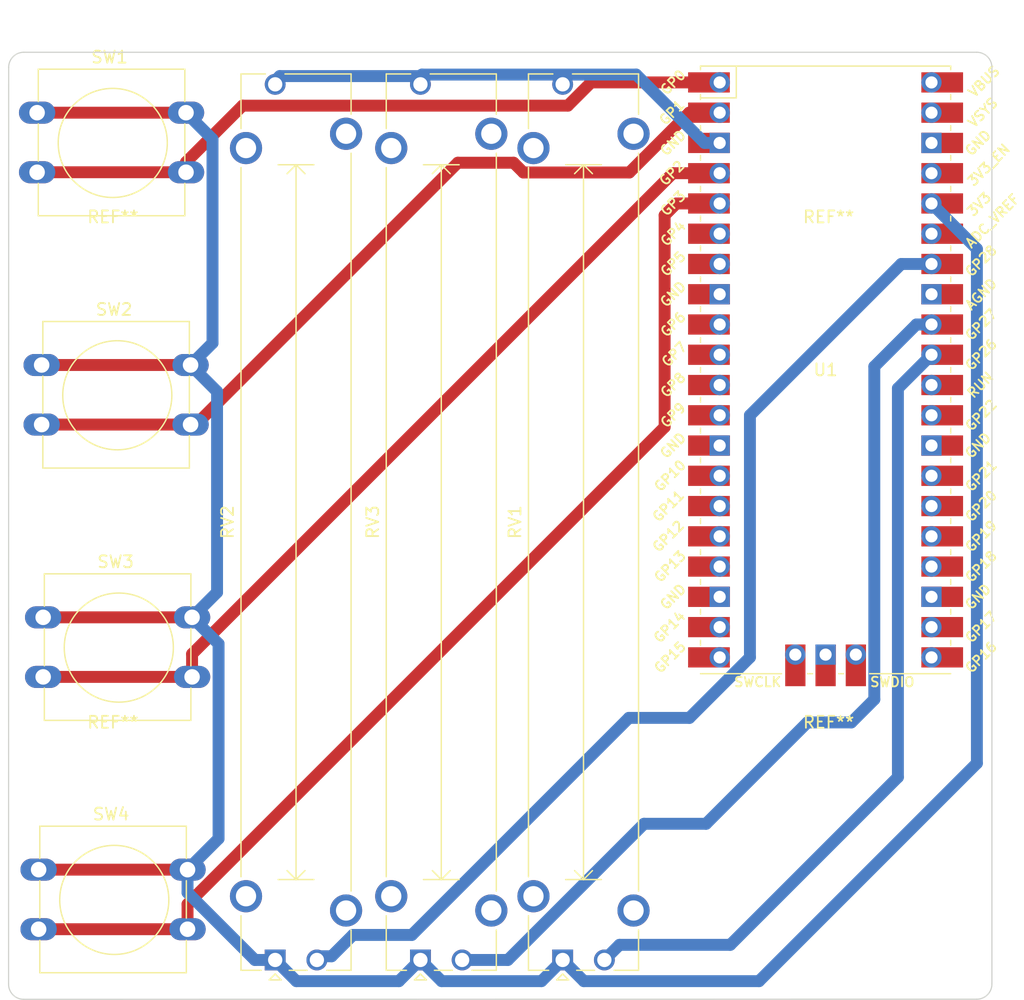
<source format=kicad_pcb>
(kicad_pcb (version 20211014) (generator pcbnew)
  (layers (0 "F.Cu" signal) (31 "B.Cu" signal) (34 "B.Paste" user) (35 "F.Paste" user) (36 "B.SilkS" user "B.Silkscreen") (37 "F.SilkS" user "F.Silkscreen") (38 "B.Mask" user) (39 "F.Mask" user) (44 "Edge.Cuts" user))
  (net 0 "")
  (net 1 "Net-(RV1-Pad1)")
  (net 2 "Net-(RV1-Pad3)")
  (net 3 "Net-(SW1-Pad2)")
  (net 4 "Net-(SW2-Pad2)")
  (net 5 "Net-(SW3-Pad2)")
  (net 6 "Net-(SW4-Pad2)")
  (net 40 "Net-(RV1-Pad2)")
  (net 41 "Net-(U1-Pad34)")
  (net 42 "Net-(U1-Pad32)")
  (footprint "Button_Switch_THT:SW_PUSH-12mm" (layer "F.Cu") (at 89.137 63.09)
    (fp_text reference "SW2" (at 6.08 -4.66) (layer "F.SilkS"))
    (fp_text value "SW_Push")
    (fp_line (start 12.4 0.93) (end 12.4 4.07) (layer "F.SilkS") (width 0.12))
    (fp_line (start 0.1 -3.65) (end 12.4 -3.65) (layer "F.SilkS") (width 0.12))
    (fp_line (start 12.4 8.65) (end 0.1 8.65) (layer "F.SilkS") (width 0.12))
    (fp_line (start 12.4 -3.65) (end 12.4 -0.93) (layer "F.SilkS") (width 0.12))
    (fp_line (start 12.4 5.93) (end 12.4 8.65) (layer "F.SilkS") (width 0.12))
    (fp_line (start 0.1 8.65) (end 0.1 5.93) (layer "F.SilkS") (width 0.12))
    (fp_line (start 0.1 -0.93) (end 0.1 -3.65) (layer "F.SilkS") (width 0.12))
    (fp_line (start 0.1 4.07) (end 0.1 0.93) (layer "F.SilkS") (width 0.12))
    (fp_circle (center 6.35 2.54) (end 10.16 5.08) (layer "F.SilkS") (width 0.12) (fill none))
    (pad "1" thru_hole oval locked (at 12.5 0) (size 3.048 1.85) (drill 1.3) (layers *.Cu *.Mask) (net 1 "Net-(RV1-Pad1)"))
    (pad "1" thru_hole oval locked (at 0 0) (size 3.048 1.85) (drill 1.3) (layers *.Cu *.Mask) (net 1 "Net-(RV1-Pad1)"))
    (pad "2" thru_hole oval locked (at 0 5) (size 3.048 1.85) (drill 1.3) (layers *.Cu *.Mask) (net 4 "Net-(SW2-Pad2)"))
    (pad "2" thru_hole oval locked (at 12.5 5) (size 3.048 1.85) (drill 1.3) (layers *.Cu *.Mask) (net 4 "Net-(SW2-Pad2)"))
  )
  (footprint "Button_Switch_THT:SW_PUSH-12mm" (layer "F.Cu") (at 88.883 105.45)
    (fp_text reference "SW4" (at 6.08 -4.66) (layer "F.SilkS"))
    (fp_text value "SW_Push")
    (fp_line (start 12.4 -3.65) (end 12.4 -0.93) (layer "F.SilkS") (width 0.12))
    (fp_line (start 0.1 8.65) (end 0.1 5.93) (layer "F.SilkS") (width 0.12))
    (fp_line (start 12.4 8.65) (end 0.1 8.65) (layer "F.SilkS") (width 0.12))
    (fp_line (start 0.1 -3.65) (end 12.4 -3.65) (layer "F.SilkS") (width 0.12))
    (fp_line (start 12.4 5.93) (end 12.4 8.65) (layer "F.SilkS") (width 0.12))
    (fp_line (start 0.1 -0.93) (end 0.1 -3.65) (layer "F.SilkS") (width 0.12))
    (fp_line (start 0.1 4.07) (end 0.1 0.93) (layer "F.SilkS") (width 0.12))
    (fp_line (start 12.4 0.93) (end 12.4 4.07) (layer "F.SilkS") (width 0.12))
    (fp_circle (center 6.35 2.54) (end 10.16 5.08) (layer "F.SilkS") (width 0.12) (fill none))
    (pad "1" thru_hole oval locked (at 12.5 0) (size 3.048 1.85) (drill 1.3) (layers *.Cu *.Mask) (net 1 "Net-(RV1-Pad1)"))
    (pad "1" thru_hole oval locked (at 0 0) (size 3.048 1.85) (drill 1.3) (layers *.Cu *.Mask) (net 1 "Net-(RV1-Pad1)"))
    (pad "2" thru_hole oval locked (at 12.5 5) (size 3.048 1.85) (drill 1.3) (layers *.Cu *.Mask) (net 6 "Net-(SW4-Pad2)"))
    (pad "2" thru_hole oval locked (at 0 5) (size 3.048 1.85) (drill 1.3) (layers *.Cu *.Mask) (net 6 "Net-(SW4-Pad2)"))
  )
  (footprint "Potentiometer_THT:Potentiometer_Bourns_PTA6043_Single_Slide" (layer "F.Cu") (at 132.87 113.03 90)
    (fp_text reference "RV1" (at 36.75 -4 90) (layer "F.SilkS"))
    (fp_text value "R_Potentiometer")
    (fp_line (start 69.786 -2.87) (end 74.37 -2.87) (layer "F.SilkS") (width 0.12))
    (fp_line (start 70.986 6.37) (end 74.37 6.37) (layer "F.SilkS") (width 0.12))
    (fp_line (start 74.37 -2.87) (end 74.37 -0.823) (layer "F.SilkS") (width 0.12))
    (fp_line (start -1.675 0.5) (end -1.175 0) (layer "F.SilkS") (width 0.12))
    (fp_line (start 66 1) (end 66.75 1.75) (layer "F.SilkS") (width 0.12))
    (fp_line (start -1.675 -0.5) (end -1.675 0.5) (layer "F.SilkS") (width 0.12))
    (fp_line (start 6.75 1.75) (end 7.5 2.5) (layer "F.SilkS") (width 0.12))
    (fp_line (start 66.75 1.75) (end 66 2.5) (layer "F.SilkS") (width 0.12))
    (fp_line (start 7.5 1) (end 6.75 1.75) (layer "F.SilkS") (width 0.12))
    (fp_line (start 6.75 1.75) (end 66.75 1.75) (layer "F.SilkS") (width 0.12))
    (fp_line (start -0.87 4.323) (end -0.87 6.37) (layer "F.SilkS") (width 0.12))
    (fp_line (start 66.75 0.25) (end 66.75 3.25) (layer "F.SilkS") (width 0.12))
    (fp_line (start -0.87 6.37) (end 2.515 6.37) (layer "F.SilkS") (width 0.12))
    (fp_line (start 5.786 6.37) (end 67.715 6.37) (layer "F.SilkS") (width 0.12))
    (fp_line (start -0.87 -2.87) (end 3.715 -2.87) (layer "F.SilkS") (width 0.12))
    (fp_line (start -0.87 -2.87) (end -0.87 -1.175) (layer "F.SilkS") (width 0.12))
    (fp_line (start 6.75 0.25) (end 6.75 3.25) (layer "F.SilkS") (width 0.12))
    (fp_line (start 6.986 -2.87) (end 66.515 -2.87) (layer "F.SilkS") (width 0.12))
    (fp_line (start -1.175 0) (end -1.675 -0.5) (layer "F.SilkS") (width 0.12))
    (fp_line (start -0.87 1.175) (end -0.87 2.678) (layer "F.SilkS") (width 0.12))
    (fp_line (start 74.37 0.823) (end 74.37 6.37) (layer "F.SilkS") (width 0.12))
    (pad "1" thru_hole rect locked (at 0 0 90) (size 1.75 1.75) (drill 1.2) (layers *.Cu *.Mask) (net 1 "Net-(RV1-Pad1)"))
    (pad "2" thru_hole circle locked (at 0 3.5 90) (size 1.75 1.75) (drill 1.2) (layers *.Cu *.Mask) (net 40 "Net-(RV1-Pad2)"))
    (pad "3" thru_hole circle locked (at 73.5 0 90) (size 1.75 1.75) (drill 1.2) (layers *.Cu *.Mask) (net 2 "Net-(RV1-Pad3)"))
    (pad "MP" thru_hole circle locked (at 69.35 5.95 90) (size 2.7 2.7) (drill 1.7) (layers *.Cu *.Mask))
    (pad "MP" thru_hole circle locked (at 68.15 -2.45 90) (size 2.7 2.7) (drill 1.7) (layers *.Cu *.Mask))
    (pad "MP" thru_hole circle locked (at 5.35 -2.45 90) (size 2.7 2.7) (drill 1.7) (layers *.Cu *.Mask))
    (pad "MP" thru_hole circle locked (at 4.15 5.95 90) (size 2.7 2.7) (drill 1.7) (layers *.Cu *.Mask))
  )
  (footprint "Button_Switch_THT:SW_PUSH-12mm" (layer "F.Cu") (at 88.756 41.91)
    (fp_text reference "SW1" (at 6.08 -4.66) (layer "F.SilkS"))
    (fp_text value "SW_Push")
    (fp_line (start 0.1 4.07) (end 0.1 0.93) (layer "F.SilkS") (width 0.12))
    (fp_line (start 0.1 -0.93) (end 0.1 -3.65) (layer "F.SilkS") (width 0.12))
    (fp_line (start 0.1 -3.65) (end 12.4 -3.65) (layer "F.SilkS") (width 0.12))
    (fp_line (start 12.4 5.93) (end 12.4 8.65) (layer "F.SilkS") (width 0.12))
    (fp_line (start 12.4 -3.65) (end 12.4 -0.93) (layer "F.SilkS") (width 0.12))
    (fp_line (start 0.1 8.65) (end 0.1 5.93) (layer "F.SilkS") (width 0.12))
    (fp_line (start 12.4 0.93) (end 12.4 4.07) (layer "F.SilkS") (width 0.12))
    (fp_line (start 12.4 8.65) (end 0.1 8.65) (layer "F.SilkS") (width 0.12))
    (fp_circle (center 6.35 2.54) (end 10.16 5.08) (layer "F.SilkS") (width 0.12) (fill none))
    (pad "1" thru_hole oval locked (at 0 0) (size 3.048 1.85) (drill 1.3) (layers *.Cu *.Mask) (net 1 "Net-(RV1-Pad1)"))
    (pad "1" thru_hole oval locked (at 12.5 0) (size 3.048 1.85) (drill 1.3) (layers *.Cu *.Mask) (net 1 "Net-(RV1-Pad1)"))
    (pad "2" thru_hole oval locked (at 0 5) (size 3.048 1.85) (drill 1.3) (layers *.Cu *.Mask) (net 3 "Net-(SW1-Pad2)"))
    (pad "2" thru_hole oval locked (at 12.5 5) (size 3.048 1.85) (drill 1.3) (layers *.Cu *.Mask) (net 3 "Net-(SW1-Pad2)"))
  )
  (footprint "MountingHole:MountingHole_3.2mm_M3" (layer "F.Cu") (at 155.194 97.282)
    (fp_text reference "REF**" (at 0 -4.2) (layer "F.SilkS"))
    (fp_text value "MountingHole_3.2mm_M3")
    (pad "" np_thru_hole circle locked (at 0 0) (size 3.2 3.2) (drill 3.2) (layers *.Cu *.Mask))
  )
  (footprint "MountingHole:MountingHole_3.2mm_M3" (layer "F.Cu") (at 155.194 54.864)
    (fp_text reference "REF**" (at 0 -4.2) (layer "F.SilkS"))
    (fp_text value "MountingHole_3.2mm_M3")
    (pad "" np_thru_hole circle locked (at 0 0) (size 3.2 3.2) (drill 3.2) (layers *.Cu *.Mask))
  )
  (footprint "MCU_RaspberryPi_and_Boards:RPi_Pico_SMD_TH" (layer "F.Cu") (at 154.94 63.5)
    (fp_text reference "U1" (at 0 0) (layer "F.SilkS"))
    (fp_text value "Pico")
    (fp_text user "VSYS" (at 13.2 -21.59 45) (layer "F.SilkS") (effects (font (size 0.8 0.8))))
    (fp_text user "GP18" (at 13.054 16.51 45) (layer "F.SilkS") (effects (font (size 0.8 0.8))))
    (fp_text user "GP12" (at -13.2 13.97 45) (layer "F.SilkS") (effects (font (size 0.8 0.8))))
    (fp_text user "GP14" (at -13.1 21.59 45) (layer "F.SilkS") (effects (font (size 0.8 0.8))))
    (fp_text user "GP22" (at 13.054 3.81 45) (layer "F.SilkS") (effects (font (size 0.8 0.8))))
    (fp_text user "GP6" (at -12.8 -3.81 45) (layer "F.SilkS") (effects (font (size 0.8 0.8))))
    (fp_text user "GP17" (at 13.054 21.59 45) (layer "F.SilkS") (effects (font (size 0.8 0.8))))
    (fp_text user "GP8" (at -12.8 1.27 45) (layer "F.SilkS") (effects (font (size 0.8 0.8))))
    (fp_text user "GP4" (at -12.8 -11.43 45) (layer "F.SilkS") (effects (font (size 0.8 0.8))))
    (fp_text user "SWCLK" (at -5.7 26.2) (layer "F.SilkS") (effects (font (size 0.8 0.8))))
    (fp_text user "GP11" (at -13.2 11.43 45) (layer "F.SilkS") (effects (font (size 0.8 0.8))))
    (fp_text user "3V3_EN" (at 13.7 -17.2 45) (layer "F.SilkS") (effects (font (size 0.8 0.8))))
    (fp_text user "GND" (at -12.8 19.05 45) (layer "F.SilkS") (effects (font (size 0.8 0.8))))
    (fp_text user "GND" (at -12.8 -19.05 45) (layer "F.SilkS") (effects (font (size 0.8 0.8))))
    (fp_text user "GP9" (at -12.8 3.81 45) (layer "F.SilkS") (effects (font (size 0.8 0.8))))
    (fp_text user "GP10" (at -13.054 8.89 45) (layer "F.SilkS") (effects (font (size 0.8 0.8))))
    (fp_text user "GP7" (at -12.7 -1.3 45) (layer "F.SilkS") (effects (font (size 0.8 0.8))))
    (fp_text user "GND" (at -12.8 -6.35 45) (layer "F.SilkS") (effects (font (size 0.8 0.8))))
    (fp_text user "SWDIO" (at 5.6 26.2) (layer "F.SilkS") (effects (font (size 0.8 0.8))))
    (fp_text user "RUN" (at 13 1.27 45) (layer "F.SilkS") (effects (font (size 0.8 0.8))))
    (fp_text user "GP21" (at 13.054 8.9 45) (layer "F.SilkS") (effects (font (size 0.8 0.8))))
    (fp_text user "3V3" (at 12.9 -13.9 45) (layer "F.SilkS") (effects (font (size 0.8 0.8))))
    (fp_text user "GP28" (at 13.054 -9.144 45) (layer "F.SilkS") (effects (font (size 0.8 0.8))))
    (fp_text user "GP1" (at -12.9 -21.6 45) (layer "F.SilkS") (effects (font (size 0.8 0.8))))
    (fp_text user "GND" (at -12.8 6.35 45) (layer "F.SilkS") (effects (font (size 0.8 0.8))))
    (fp_text user "GP19" (at 13.054 13.97 45) (layer "F.SilkS") (effects (font (size 0.8 0.8))))
    (fp_text user "GND" (at 12.8 19.05 45) (layer "F.SilkS") (effects (font (size 0.8 0.8))))
    (fp_text user "GP2" (at -12.9 -16.51 45) (layer "F.SilkS") (effects (font (size 0.8 0.8))))
    (fp_text user "GP27" (at 13.054 -3.8 45) (layer "F.SilkS") (effects (font (size 0.8 0.8))))
    (fp_text user "GND" (at 12.8 -19.05 45) (layer "F.SilkS") (effects (font (size 0.8 0.8))))
    (fp_text user "GP3" (at -12.8 -13.97 45) (layer "F.SilkS") (effects (font (size 0.8 0.8))))
    (fp_text user "GP15" (at -13.054 24.13 45) (layer "F.SilkS") (effects (font (size 0.8 0.8))))
    (fp_text user "GP0" (at -12.8 -24.13 45) (layer "F.SilkS") (effects (font (size 0.8 0.8))))
    (fp_text user "GP13" (at -13.054 16.51 45) (layer "F.SilkS") (effects (font (size 0.8 0.8))))
    (fp_text user "GP5" (at -12.8 -8.89 45) (layer "F.SilkS") (effects (font (size 0.8 0.8))))
    (fp_text user "ADC_VREF" (at 14 -12.5 45) (layer "F.SilkS") (effects (font (size 0.8 0.8))))
    (fp_text user "GP16" (at 13.054 24.13 45) (layer "F.SilkS") (effects (font (size 0.8 0.8))))
    (fp_text user "GP26" (at 13.054 -1.27 45) (layer "F.SilkS") (effects (font (size 0.8 0.8))))
    (fp_text user "AGND" (at 13.054 -6.35 45) (layer "F.SilkS") (effects (font (size 0.8 0.8))))
    (fp_text user "GND" (at 12.8 6.35 45) (layer "F.SilkS") (effects (font (size 0.8 0.8))))
    (fp_text user "VBUS" (at 13.3 -24.2 45) (layer "F.SilkS") (effects (font (size 0.8 0.8))))
    (fp_text user "GP20" (at 13.054 11.43 45) (layer "F.SilkS") (effects (font (size 0.8 0.8))))
    (fp_line (start 10.5 -10.4) (end 10.5 -10) (layer "F.SilkS") (width 0.12))
    (fp_line (start -10.5 -25.5) (end -10.5 -25.2) (layer "F.SilkS") (width 0.12))
    (fp_line (start 10.5 -12.9) (end 10.5 -12.5) (layer "F.SilkS") (width 0.12))
    (fp_line (start -10.5 12.5) (end -10.5 12.9) (layer "F.SilkS") (width 0.12))
    (fp_line (start 10.5 -25.5) (end 10.5 -25.2) (layer "F.SilkS") (width 0.12))
    (fp_line (start -10.5 -5.3) (end -10.5 -4.9) (layer "F.SilkS") (width 0.12))
    (fp_line (start 10.5 7.4) (end 10.5 7.8) (layer "F.SilkS") (width 0.12))
    (fp_line (start -10.5 -20.5) (end -10.5 -20.1) (layer "F.SilkS") (width 0.12))
    (fp_line (start -10.5 7.4) (end -10.5 7.8) (layer "F.SilkS") (width 0.12))
    (fp_line (start -10.5 22.7) (end -10.5 23.1) (layer "F.SilkS") (width 0.12))
    (fp_line (start -7.493 -22.833) (end -7.493 -25.5) (layer "F.SilkS") (width 0.12))
    (fp_line (start -10.5 -15.4) (end -10.5 -15) (layer "F.SilkS") (width 0.12))
    (fp_line (start -10.5 17.6) (end -10.5 18) (layer "F.SilkS") (width 0.12))
    (fp_line (start 10.5 10) (end 10.5 10.4) (layer "F.SilkS") (width 0.12))
    (fp_line (start -10.5 -18) (end -10.5 -17.6) (layer "F.SilkS") (width 0.12))
    (fp_line (start 10.5 15.1) (end 10.5 15.5) (layer "F.SilkS") (width 0.12))
    (fp_line (start 10.5 22.7) (end 10.5 23.1) (layer "F.SilkS") (width 0.12))
    (fp_line (start -10.5 -0.2) (end -10.5 0.2) (layer "F.SilkS") (width 0.12))
    (fp_line (start 10.5 17.6) (end 10.5 18) (layer "F.SilkS") (width 0.12))
    (fp_line (start -3.7 25.5) (end -10.5 25.5) (layer "F.SilkS") (width 0.12))
    (fp_line (start -10.5 4.9) (end -10.5 5.3) (layer "F.SilkS") (width 0.12))
    (fp_line (start -10.5 -12.9) (end -10.5 -12.5) (layer "F.SilkS") (width 0.12))
    (fp_line (start 1.1 25.5) (end 1.5 25.5) (layer "F.SilkS") (width 0.12))
    (fp_line (start 10.5 -23.1) (end 10.5 -22.7) (layer "F.SilkS") (width 0.12))
    (fp_line (start 10.5 -2.7) (end 10.5 -2.3) (layer "F.SilkS") (width 0.12))
    (fp_line (start 10.5 20.1) (end 10.5 20.5) (layer "F.SilkS") (width 0.12))
    (fp_line (start 10.5 -15.4) (end 10.5 -15) (layer "F.SilkS") (width 0.12))
    (fp_line (start 10.5 -0.2) (end 10.5 0.2) (layer "F.SilkS") (width 0.12))
    (fp_line (start -10.5 -25.5) (end 10.5 -25.5) (layer "F.SilkS") (width 0.12))
    (fp_line (start -10.5 -7.8) (end -10.5 -7.4) (layer "F.SilkS") (width 0.12))
    (fp_line (start -10.5 15.1) (end -10.5 15.5) (layer "F.SilkS") (width 0.12))
    (fp_line (start 10.5 -5.3) (end 10.5 -4.9) (layer "F.SilkS") (width 0.12))
    (fp_line (start -10.5 -22.833) (end -7.493 -22.833) (layer "F.SilkS") (width 0.12))
    (fp_line (start 10.5 25.5) (end 3.7 25.5) (layer "F.SilkS") (width 0.12))
    (fp_line (start 10.5 2.3) (end 10.5 2.7) (layer "F.SilkS") (width 0.12))
    (fp_line (start -10.5 2.3) (end -10.5 2.7) (layer "F.SilkS") (width 0.12))
    (fp_line (start -10.5 10) (end -10.5 10.4) (layer "F.SilkS") (width 0.12))
    (fp_line (start -10.5 -10.4) (end -10.5 -10) (layer "F.SilkS") (width 0.12))
    (fp_line (start -10.5 20.1) (end -10.5 20.5) (layer "F.SilkS") (width 0.12))
    (fp_line (start 10.5 4.9) (end 10.5 5.3) (layer "F.SilkS") (width 0.12))
    (fp_line (start 10.5 -18) (end 10.5 -17.6) (layer "F.SilkS") (width 0.12))
    (fp_line (start 10.5 -20.5) (end 10.5 -20.1) (layer "F.SilkS") (width 0.12))
    (fp_line (start -10.5 -2.7) (end -10.5 -2.3) (layer "F.SilkS") (width 0.12))
    (fp_line (start 10.5 12.5) (end 10.5 12.9) (layer "F.SilkS") (width 0.12))
    (fp_line (start -1.5 25.5) (end -1.1 25.5) (layer "F.SilkS") (width 0.12))
    (fp_line (start -10.5 -23.1) (end -10.5 -22.7) (layer "F.SilkS") (width 0.12))
    (fp_line (start 10.5 -7.8) (end 10.5 -7.4) (layer "F.SilkS") (width 0.12))
    (pad "" np_thru_hole oval (at -2.725 -24) (size 1.8 1.8) (drill 1.8) (layers *.Cu *.Mask))
    (pad "" np_thru_hole oval (at -2.425 -20.97) (size 1.5 1.5) (drill 1.5) (layers *.Cu *.Mask))
    (pad "" np_thru_hole oval (at 2.725 -24) (size 1.8 1.8) (drill 1.8) (layers *.Cu *.Mask))
    (pad "" np_thru_hole oval (at 2.425 -20.97) (size 1.5 1.5) (drill 1.5) (layers *.Cu *.Mask))
    (pad "1" thru_hole oval (at -8.89 -24.13) (size 1.7 1.7) (drill 1.02) (layers *.Cu *.Mask) (net 3 "Net-(SW1-Pad2)"))
    (pad "1" smd rect (at -8.89 -24.13) (size 3.5 1.7) (drill (offset -0.9 0)) (layers "F.Cu" "F.Mask") (net 3 "Net-(SW1-Pad2)"))
    (pad "2" smd rect (at -8.89 -21.59) (size 3.5 1.7) (drill (offset -0.9 0)) (layers "F.Cu" "F.Mask") (net 4 "Net-(SW2-Pad2)"))
    (pad "2" thru_hole oval (at -8.89 -21.59) (size 1.7 1.7) (drill 1.02) (layers *.Cu *.Mask) (net 4 "Net-(SW2-Pad2)"))
    (pad "3" thru_hole rect (at -8.89 -19.05) (size 1.7 1.7) (drill 1.02) (layers *.Cu *.Mask) (net 2 "Net-(RV1-Pad3)"))
    (pad "3" smd rect (at -8.89 -19.05) (size 3.5 1.7) (drill (offset -0.9 0)) (layers "F.Cu" "F.Mask") (net 2 "Net-(RV1-Pad3)"))
    (pad "4" smd rect (at -8.89 -16.51) (size 3.5 1.7) (drill (offset -0.9 0)) (layers "F.Cu" "F.Mask") (net 5 "Net-(SW3-Pad2)"))
    (pad "4" thru_hole oval (at -8.89 -16.51) (size 1.7 1.7) (drill 1.02) (layers *.Cu *.Mask) (net 5 "Net-(SW3-Pad2)"))
    (pad "5" smd rect (at -8.89 -13.97) (size 3.5 1.7) (drill (offset -0.9 0)) (layers "F.Cu" "F.Mask") (net 6 "Net-(SW4-Pad2)"))
    (pad "5" thru_hole oval (at -8.89 -13.97) (size 1.7 1.7) (drill 1.02) (layers *.Cu *.Mask) (net 6 "Net-(SW4-Pad2)"))
    (pad "6" thru_hole oval (at -8.89 -11.43) (size 1.7 1.7) (drill 1.02) (layers *.Cu *.Mask))
    (pad "6" smd rect (at -8.89 -11.43) (size 3.5 1.7) (drill (offset -0.9 0)) (layers "F.Cu" "F.Mask"))
    (pad "7" thru_hole oval (at -8.89 -8.89) (size 1.7 1.7) (drill 1.02) (layers *.Cu *.Mask))
    (pad "7" smd rect (at -8.89 -8.89) (size 3.5 1.7) (drill (offset -0.9 0)) (layers "F.Cu" "F.Mask"))
    (pad "8" thru_hole rect (at -8.89 -6.35) (size 1.7 1.7) (drill 1.02) (layers *.Cu *.Mask))
    (pad "8" smd rect (at -8.89 -6.35) (size 3.5 1.7) (drill (offset -0.9 0)) (layers "F.Cu" "F.Mask"))
    (pad "9" smd rect (at -8.89 -3.81) (size 3.5 1.7) (drill (offset -0.9 0)) (layers "F.Cu" "F.Mask"))
    (pad "9" thru_hole oval (at -8.89 -3.81) (size 1.7 1.7) (drill 1.02) (layers *.Cu *.Mask))
    (pad "10" thru_hole oval (at -8.89 -1.27) (size 1.7 1.7) (drill 1.02) (layers *.Cu *.Mask))
    (pad "10" smd rect (at -8.89 -1.27) (size 3.5 1.7) (drill (offset -0.9 0)) (layers "F.Cu" "F.Mask"))
    (pad "11" smd rect (at -8.89 1.27) (size 3.5 1.7) (drill (offset -0.9 0)) (layers "F.Cu" "F.Mask"))
    (pad "11" thru_hole oval (at -8.89 1.27) (size 1.7 1.7) (drill 1.02) (layers *.Cu *.Mask))
    (pad "12" thru_hole oval (at -8.89 3.81) (size 1.7 1.7) (drill 1.02) (layers *.Cu *.Mask))
    (pad "12" smd rect (at -8.89 3.81) (size 3.5 1.7) (drill (offset -0.9 0)) (layers "F.Cu" "F.Mask"))
    (pad "13" smd rect (at -8.89 6.35) (size 3.5 1.7) (drill (offset -0.9 0)) (layers "F.Cu" "F.Mask"))
    (pad "13" thru_hole rect (at -8.89 6.35) (size 1.7 1.7) (drill 1.02) (layers *.Cu *.Mask))
    (pad "14" thru_hole oval (at -8.89 8.89) (size 1.7 1.7) (drill 1.02) (layers *.Cu *.Mask))
    (pad "14" smd rect (at -8.89 8.89) (size 3.5 1.7) (drill (offset -0.9 0)) (layers "F.Cu" "F.Mask"))
    (pad "15" smd rect (at -8.89 11.43) (size 3.5 1.7) (drill (offset -0.9 0)) (layers "F.Cu" "F.Mask"))
    (pad "15" thru_hole oval (at -8.89 11.43) (size 1.7 1.7) (drill 1.02) (layers *.Cu *.Mask))
    (pad "16" thru_hole oval (at -8.89 13.97) (size 1.7 1.7) (drill 1.02) (layers *.Cu *.Mask))
    (pad "16" smd rect (at -8.89 13.97) (size 3.5 1.7) (drill (offset -0.9 0)) (layers "F.Cu" "F.Mask"))
    (pad "17" thru_hole oval (at -8.89 16.51) (size 1.7 1.7) (drill 1.02) (layers *.Cu *.Mask))
    (pad "17" smd rect (at -8.89 16.51) (size 3.5 1.7) (drill (offset -0.9 0)) (layers "F.Cu" "F.Mask"))
    (pad "18" smd rect (at -8.89 19.05) (size 3.5 1.7) (drill (offset -0.9 0)) (layers "F.Cu" "F.Mask"))
    (pad "18" thru_hole rect (at -8.89 19.05) (size 1.7 1.7) (drill 1.02) (layers *.Cu *.Mask))
    (pad "19" smd rect (at -8.89 21.59) (size 3.5 1.7) (drill (offset -0.9 0)) (layers "F.Cu" "F.Mask"))
    (pad "19" thru_hole oval (at -8.89 21.59) (size 1.7 1.7) (drill 1.02) (layers *.Cu *.Mask))
    (pad "20" thru_hole oval (at -8.89 24.13) (size 1.7 1.7) (drill 1.02) (layers *.Cu *.Mask))
    (pad "20" smd rect (at -8.89 24.13) (size 3.5 1.7) (drill (offset -0.9 0)) (layers "F.Cu" "F.Mask"))
    (pad "21" thru_hole oval (at 8.89 24.13) (size 1.7 1.7) (drill 1.02) (layers *.Cu *.Mask))
    (pad "21" smd rect (at 8.89 24.13) (size 3.5 1.7) (drill (offset 0.9 0)) (layers "F.Cu" "F.Mask"))
    (pad "22" smd rect (at 8.89 21.59) (size 3.5 1.7) (drill (offset 0.9 0)) (layers "F.Cu" "F.Mask"))
    (pad "22" thru_hole oval (at 8.89 21.59) (size 1.7 1.7) (drill 1.02) (layers *.Cu *.Mask))
    (pad "23" smd rect (at 8.89 19.05) (size 3.5 1.7) (drill (offset 0.9 0)) (layers "F.Cu" "F.Mask"))
    (pad "23" thru_hole rect (at 8.89 19.05) (size 1.7 1.7) (drill 1.02) (layers *.Cu *.Mask))
    (pad "24" thru_hole oval (at 8.89 16.51) (size 1.7 1.7) (drill 1.02) (layers *.Cu *.Mask))
    (pad "24" smd rect (at 8.89 16.51) (size 3.5 1.7) (drill (offset 0.9 0)) (layers "F.Cu" "F.Mask"))
    (pad "25" smd rect (at 8.89 13.97) (size 3.5 1.7) (drill (offset 0.9 0)) (layers "F.Cu" "F.Mask"))
    (pad "25" thru_hole oval (at 8.89 13.97) (size 1.7 1.7) (drill 1.02) (layers *.Cu *.Mask))
    (pad "26" thru_hole oval (at 8.89 11.43) (size 1.7 1.7) (drill 1.02) (layers *.Cu *.Mask))
    (pad "26" smd rect (at 8.89 11.43) (size 3.5 1.7) (drill (offset 0.9 0)) (layers "F.Cu" "F.Mask"))
    (pad "27" smd rect (at 8.89 8.89) (size 3.5 1.7) (drill (offset 0.9 0)) (layers "F.Cu" "F.Mask"))
    (pad "27" thru_hole oval (at 8.89 8.89) (size 1.7 1.7) (drill 1.02) (layers *.Cu *.Mask))
    (pad "28" smd rect (at 8.89 6.35) (size 3.5 1.7) (drill (offset 0.9 0)) (layers "F.Cu" "F.Mask"))
    (pad "28" thru_hole rect (at 8.89 6.35) (size 1.7 1.7) (drill 1.02) (layers *.Cu *.Mask))
    (pad "29" smd rect (at 8.89 3.81) (size 3.5 1.7) (drill (offset 0.9 0)) (layers "F.Cu" "F.Mask"))
    (pad "29" thru_hole oval (at 8.89 3.81) (size 1.7 1.7) (drill 1.02) (layers *.Cu *.Mask))
    (pad "30" smd rect (at 8.89 1.27) (size 3.5 1.7) (drill (offset 0.9 0)) (layers "F.Cu" "F.Mask"))
    (pad "30" thru_hole oval (at 8.89 1.27) (size 1.7 1.7) (drill 1.02) (layers *.Cu *.Mask))
    (pad "31" smd rect (at 8.89 -1.27) (size 3.5 1.7) (drill (offset 0.9 0)) (layers "F.Cu" "F.Mask") (net 40 "Net-(RV1-Pad2)"))
    (pad "31" thru_hole oval (at 8.89 -1.27) (size 1.7 1.7) (drill 1.02) (layers *.Cu *.Mask) (net 40 "Net-(RV1-Pad2)"))
    (pad "32" smd rect (at 8.89 -3.81) (size 3.5 1.7) (drill (offset 0.9 0)) (layers "F.Cu" "F.Mask") (net 42 "Net-(U1-Pad32)"))
    (pad "32" thru_hole oval (at 8.89 -3.81) (size 1.7 1.7) (drill 1.02) (layers *.Cu *.Mask) (net 42 "Net-(U1-Pad32)"))
    (pad "33" thru_hole rect (at 8.89 -6.35) (size 1.7 1.7) (drill 1.02) (layers *.Cu *.Mask))
    (pad "33" smd rect (at 8.89 -6.35) (size 3.5 1.7) (drill (offset 0.9 0)) (layers "F.Cu" "F.Mask"))
    (pad "34" smd rect (at 8.89 -8.89) (size 3.5 1.7) (drill (offset 0.9 0)) (layers "F.Cu" "F.Mask") (net 41 "Net-(U1-Pad34)"))
    (pad "34" thru_hole oval (at 8.89 -8.89) (size 1.7 1.7) (drill 1.02) (layers *.Cu *.Mask) (net 41 "Net-(U1-Pad34)"))
    (pad "35" smd rect (at 8.89 -11.43) (size 3.5 1.7) (drill (offset 0.9 0)) (layers "F.Cu" "F.Mask"))
    (pad "35" thru_hole oval (at 8.89 -11.43) (size 1.7 1.7) (drill 1.02) (layers *.Cu *.Mask))
    (pad "36" smd rect (at 8.89 -13.97) (size 3.5 1.7) (drill (offset 0.9 0)) (layers "F.Cu" "F.Mask") (net 1 "Net-(RV1-Pad1)"))
    (pad "36" thru_hole oval (at 8.89 -13.97) (size 1.7 1.7) (drill 1.02) (layers *.Cu *.Mask) (net 1 "Net-(RV1-Pad1)"))
    (pad "37" smd rect (at 8.89 -16.51) (size 3.5 1.7) (drill (offset 0.9 0)) (layers "F.Cu" "F.Mask"))
    (pad "37" thru_hole oval (at 8.89 -16.51) (size 1.7 1.7) (drill 1.02) (layers *.Cu *.Mask))
    (pad "38" thru_hole rect (at 8.89 -19.05) (size 1.7 1.7) (drill 1.02) (layers *.Cu *.Mask))
    (pad "38" smd rect (at 8.89 -19.05) (size 3.5 1.7) (drill (offset 0.9 0)) (layers "F.Cu" "F.Mask"))
    (pad "39" smd rect (at 8.89 -21.59) (size 3.5 1.7) (drill (offset 0.9 0)) (layers "F.Cu" "F.Mask"))
    (pad "39" thru_hole oval (at 8.89 -21.59) (size 1.7 1.7) (drill 1.02) (layers *.Cu *.Mask))
    (pad "40" smd rect (at 8.89 -24.13) (size 3.5 1.7) (drill (offset 0.9 0)) (layers "F.Cu" "F.Mask"))
    (pad "40" thru_hole oval (at 8.89 -24.13) (size 1.7 1.7) (drill 1.02) (layers *.Cu *.Mask))
    (pad "41" thru_hole oval (at -2.54 23.9) (size 1.7 1.7) (drill 1.02) (layers *.Cu *.Mask))
    (pad "41" smd rect (at -2.54 23.9 90) (size 3.5 1.7) (drill (offset -0.9 0)) (layers "F.Cu" "F.Mask"))
    (pad "42" thru_hole rect (at 0 23.9) (size 1.7 1.7) (drill 1.02) (layers *.Cu *.Mask))
    (pad "42" smd rect (at 0 23.9 90) (size 3.5 1.7) (drill (offset -0.9 0)) (layers "F.Cu" "F.Mask"))
    (pad "43" thru_hole oval (at 2.54 23.9) (size 1.7 1.7) (drill 1.02) (layers *.Cu *.Mask))
    (pad "43" smd rect (at 2.54 23.9 90) (size 3.5 1.7) (drill (offset -0.9 0)) (layers "F.Cu" "F.Mask"))
  )
  (footprint "Button_Switch_THT:SW_PUSH-12mm" (layer "F.Cu") (at 89.264 84.27)
    (fp_text reference "SW3" (at 6.08 -4.66) (layer "F.SilkS"))
    (fp_text value "SW_Push")
    (fp_line (start 0.1 4.07) (end 0.1 0.93) (layer "F.SilkS") (width 0.12))
    (fp_line (start 12.4 0.93) (end 12.4 4.07) (layer "F.SilkS") (width 0.12))
    (fp_line (start 12.4 8.65) (end 0.1 8.65) (layer "F.SilkS") (width 0.12))
    (fp_line (start 12.4 -3.65) (end 12.4 -0.93) (layer "F.SilkS") (width 0.12))
    (fp_line (start 12.4 5.93) (end 12.4 8.65) (layer "F.SilkS") (width 0.12))
    (fp_line (start 0.1 -3.65) (end 12.4 -3.65) (layer "F.SilkS") (width 0.12))
    (fp_line (start 0.1 -0.93) (end 0.1 -3.65) (layer "F.SilkS") (width 0.12))
    (fp_line (start 0.1 8.65) (end 0.1 5.93) (layer "F.SilkS") (width 0.12))
    (fp_circle (center 6.35 2.54) (end 10.16 5.08) (layer "F.SilkS") (width 0.12) (fill none))
    (pad "1" thru_hole oval locked (at 12.5 0) (size 3.048 1.85) (drill 1.3) (layers *.Cu *.Mask) (net 1 "Net-(RV1-Pad1)"))
    (pad "1" thru_hole oval locked (at 0 0) (size 3.048 1.85) (drill 1.3) (layers *.Cu *.Mask) (net 1 "Net-(RV1-Pad1)"))
    (pad "2" thru_hole oval locked (at 12.5 5) (size 3.048 1.85) (drill 1.3) (layers *.Cu *.Mask) (net 5 "Net-(SW3-Pad2)"))
    (pad "2" thru_hole oval locked (at 0 5) (size 3.048 1.85) (drill 1.3) (layers *.Cu *.Mask) (net 5 "Net-(SW3-Pad2)"))
  )
  (footprint "MountingHole:MountingHole_3.2mm_M3" (layer "F.Cu") (at 95.123 54.864)
    (fp_text reference "REF**" (at 0 -4.2) (layer "F.SilkS"))
    (fp_text value "MountingHole_3.2mm_M3")
    (pad "" np_thru_hole circle locked (at 0 0) (size 3.2 3.2) (drill 3.2) (layers *.Cu *.Mask))
  )
  (footprint "MountingHole:MountingHole_3.2mm_M3" (layer "F.Cu") (at 95.123 97.282)
    (fp_text reference "REF**" (at 0 -4.2) (layer "F.SilkS"))
    (fp_text value "MountingHole_3.2mm_M3")
    (pad "" np_thru_hole circle locked (at 0 0) (size 3.2 3.2) (drill 3.2) (layers *.Cu *.Mask))
  )
  (footprint "Potentiometer_THT:Potentiometer_Bourns_PTA6043_Single_Slide" (layer "F.Cu") (at 120.932 113.03 90)
    (fp_text reference "RV3" (at 36.75 -4 90) (layer "F.SilkS"))
    (fp_text value "R_Potentiometer")
    (fp_line (start 6.75 1.75) (end 7.5 2.5) (layer "F.SilkS") (width 0.12))
    (fp_line (start -1.675 -0.5) (end -1.675 0.5) (layer "F.SilkS") (width 0.12))
    (fp_line (start 66.75 1.75) (end 66 2.5) (layer "F.SilkS") (width 0.12))
    (fp_line (start -0.87 1.175) (end -0.87 2.678) (layer "F.SilkS") (width 0.12))
    (fp_line (start 5.786 6.37) (end 67.715 6.37) (layer "F.SilkS") (width 0.12))
    (fp_line (start -0.87 -2.87) (end -0.87 -1.175) (layer "F.SilkS") (width 0.12))
    (fp_line (start 66.75 0.25) (end 66.75 3.25) (layer "F.SilkS") (width 0.12))
    (fp_line (start 74.37 -2.87) (end 74.37 -0.823) (layer "F.SilkS") (width 0.12))
    (fp_line (start -0.87 6.37) (end 2.515 6.37) (layer "F.SilkS") (width 0.12))
    (fp_line (start 66 1) (end 66.75 1.75) (layer "F.SilkS") (width 0.12))
    (fp_line (start -1.675 0.5) (end -1.175 0) (layer "F.SilkS") (width 0.12))
    (fp_line (start 6.75 0.25) (end 6.75 3.25) (layer "F.SilkS") (width 0.12))
    (fp_line (start -1.175 0) (end -1.675 -0.5) (layer "F.SilkS") (width 0.12))
    (fp_line (start -0.87 4.323) (end -0.87 6.37) (layer "F.SilkS") (width 0.12))
    (fp_line (start 74.37 0.823) (end 74.37 6.37) (layer "F.SilkS") (width 0.12))
    (fp_line (start 6.986 -2.87) (end 66.515 -2.87) (layer "F.SilkS") (width 0.12))
    (fp_line (start 7.5 1) (end 6.75 1.75) (layer "F.SilkS") (width 0.12))
    (fp_line (start 70.986 6.37) (end 74.37 6.37) (layer "F.SilkS") (width 0.12))
    (fp_line (start 6.75 1.75) (end 66.75 1.75) (layer "F.SilkS") (width 0.12))
    (fp_line (start -0.87 -2.87) (end 3.715 -2.87) (layer "F.SilkS") (width 0.12))
    (fp_line (start 69.786 -2.87) (end 74.37 -2.87) (layer "F.SilkS") (width 0.12))
    (pad "1" thru_hole rect locked (at 0 0 90) (size 1.75 1.75) (drill 1.2) (layers *.Cu *.Mask) (net 1 "Net-(RV1-Pad1)"))
    (pad "2" thru_hole circle locked (at 0 3.5 90) (size 1.75 1.75) (drill 1.2) (layers *.Cu *.Mask) (net 42 "Net-(U1-Pad32)"))
    (pad "3" thru_hole circle locked (at 73.5 0 90) (size 1.75 1.75) (drill 1.2) (layers *.Cu *.Mask) (net 2 "Net-(RV1-Pad3)"))
    (pad "MP" thru_hole circle locked (at 69.35 5.95 90) (size 2.7 2.7) (drill 1.7) (layers *.Cu *.Mask))
    (pad "MP" thru_hole circle locked (at 4.15 5.95 90) (size 2.7 2.7) (drill 1.7) (layers *.Cu *.Mask))
    (pad "MP" thru_hole circle locked (at 68.15 -2.45 90) (size 2.7 2.7) (drill 1.7) (layers *.Cu *.Mask))
    (pad "MP" thru_hole circle locked (at 5.35 -2.45 90) (size 2.7 2.7) (drill 1.7) (layers *.Cu *.Mask))
  )
  (footprint "Potentiometer_THT:Potentiometer_Bourns_PTA6043_Single_Slide" (layer "F.Cu") (at 108.74 113.03 90)
    (fp_text reference "RV2" (at 36.75 -4 90) (layer "F.SilkS"))
    (fp_text value "R_Potentiometer")
    (fp_line (start -1.675 0.5) (end -1.175 0) (layer "F.SilkS") (width 0.12))
    (fp_line (start 66.75 1.75) (end 66 2.5) (layer "F.SilkS") (width 0.12))
    (fp_line (start 6.75 1.75) (end 7.5 2.5) (layer "F.SilkS") (width 0.12))
    (fp_line (start 66 1) (end 66.75 1.75) (layer "F.SilkS") (width 0.12))
    (fp_line (start 69.786 -2.87) (end 74.37 -2.87) (layer "F.SilkS") (width 0.12))
    (fp_line (start 70.986 6.37) (end 74.37 6.37) (layer "F.SilkS") (width 0.12))
    (fp_line (start 5.786 6.37) (end 67.715 6.37) (layer "F.SilkS") (width 0.12))
    (fp_line (start -0.87 1.175) (end -0.87 2.678) (layer "F.SilkS") (width 0.12))
    (fp_line (start -0.87 -2.87) (end 3.715 -2.87) (layer "F.SilkS") (width 0.12))
    (fp_line (start 6.75 1.75) (end 66.75 1.75) (layer "F.SilkS") (width 0.12))
    (fp_line (start 7.5 1) (end 6.75 1.75) (layer "F.SilkS") (width 0.12))
    (fp_line (start 74.37 -2.87) (end 74.37 -0.823) (layer "F.SilkS") (width 0.12))
    (fp_line (start 74.37 0.823) (end 74.37 6.37) (layer "F.SilkS") (width 0.12))
    (fp_line (start -0.87 6.37) (end 2.515 6.37) (layer "F.SilkS") (width 0.12))
    (fp_line (start 6.75 0.25) (end 6.75 3.25) (layer "F.SilkS") (width 0.12))
    (fp_line (start -1.175 0) (end -1.675 -0.5) (layer "F.SilkS") (width 0.12))
    (fp_line (start 6.986 -2.87) (end 66.515 -2.87) (layer "F.SilkS") (width 0.12))
    (fp_line (start -1.675 -0.5) (end -1.675 0.5) (layer "F.SilkS") (width 0.12))
    (fp_line (start -0.87 4.323) (end -0.87 6.37) (layer "F.SilkS") (width 0.12))
    (fp_line (start 66.75 0.25) (end 66.75 3.25) (layer "F.SilkS") (width 0.12))
    (fp_line (start -0.87 -2.87) (end -0.87 -1.175) (layer "F.SilkS") (width 0.12))
    (pad "1" thru_hole rect locked (at 0 0 90) (size 1.75 1.75) (drill 1.2) (layers *.Cu *.Mask) (net 1 "Net-(RV1-Pad1)"))
    (pad "2" thru_hole circle locked (at 0 3.5 90) (size 1.75 1.75) (drill 1.2) (layers *.Cu *.Mask) (net 41 "Net-(U1-Pad34)"))
    (pad "3" thru_hole circle locked (at 73.5 0 90) (size 1.75 1.75) (drill 1.2) (layers *.Cu *.Mask) (net 2 "Net-(RV1-Pad3)"))
    (pad "MP" thru_hole circle locked (at 69.35 5.95 90) (size 2.7 2.7) (drill 1.7) (layers *.Cu *.Mask))
    (pad "MP" thru_hole circle locked (at 5.35 -2.45 90) (size 2.7 2.7) (drill 1.7) (layers *.Cu *.Mask))
    (pad "MP" thru_hole circle locked (at 4.15 5.95 90) (size 2.7 2.7) (drill 1.7) (layers *.Cu *.Mask))
    (pad "MP" thru_hole circle locked (at 68.15 -2.45 90) (size 2.7 2.7) (drill 1.7) (layers *.Cu *.Mask))
  )
  (gr_line (start 167.630974 116.322974) (end 87.63 116.332) (layer "Edge.Cuts") (width 0.1))
  (gr_arc (start 86.369026 38.109026) (mid 86.741 37.211) (end 87.639026 36.839026) (layer "Edge.Cuts") (width 0.1))
  (gr_arc (start 87.63 116.332) (mid 86.731974 115.960026) (end 86.36 115.062) (layer "Edge.Cuts") (width 0.1))
  (gr_arc (start 168.900974 115.052974) (mid 168.529 115.951) (end 167.630974 116.322974) (layer "Edge.Cuts") (width 0.1))
  (gr_line (start 86.36 115.062) (end 86.369026 38.109026) (layer "Edge.Cuts") (width 0.1))
  (gr_line (start 87.639026 36.839026) (end 167.630974 36.839026) (layer "Edge.Cuts") (width 0.1))
  (gr_line (start 168.900974 38.109026) (end 168.900974 115.052974) (layer "Edge.Cuts") (width 0.1))
  (gr_arc (start 167.630974 36.839026) (mid 168.529 37.211) (end 168.900974 38.109026) (layer "Edge.Cuts") (width 0.1))
  (segment (start 101.764 84.27) (end 89.264 84.27) (width 1) (layer "F.Cu") (net 1))
  (segment (start 101.383 105.45) (end 88.883 105.45) (width 1) (layer "F.Cu") (net 1))
  (segment (start 101.637 63.09) (end 89.137 63.09) (width 1) (layer "F.Cu") (net 1))
  (segment (start 101.256 41.91) (end 88.756 41.91) (width 1) (layer "F.Cu") (net 1))
  (segment (start 119.126 114.808) (end 110.518 114.808) (width 1) (layer "B.Cu") (net 1))
  (segment (start 103.86052 65.31352) (end 101.637 63.09) (width 1) (layer "B.Cu") (net 1))
  (segment (start 131.092 114.808) (end 122.71 114.808) (width 1) (layer "B.Cu") (net 1))
  (segment (start 149.352 114.808) (end 134.648 114.808) (width 1) (layer "B.Cu") (net 1))
  (segment (start 103.98752 102.84548) (end 103.98752 86.49352) (width 1) (layer "B.Cu") (net 1))
  (segment (start 167.64 96.52) (end 149.352 114.808) (width 1) (layer "B.Cu") (net 1))
  (segment (start 110.518 114.808) (end 108.74 113.03) (width 1) (layer "B.Cu") (net 1))
  (segment (start 103.47952 61.24748) (end 103.47952 44.13352) (width 1) (layer "B.Cu") (net 1))
  (segment (start 122.71 114.808) (end 120.932 113.03) (width 1) (layer "B.Cu") (net 1))
  (segment (start 103.47952 44.13352) (end 101.256 41.91) (width 1) (layer "B.Cu") (net 1))
  (segment (start 134.648 114.808) (end 132.87 113.03) (width 1) (layer "B.Cu") (net 1))
  (segment (start 167.64 53.34) (end 167.64 96.52) (width 1) (layer "B.Cu") (net 1))
  (segment (start 101.383 105.45) (end 103.98752 102.84548) (width 1) (layer "B.Cu") (net 1))
  (segment (start 101.764 84.27) (end 103.86052 82.17348) (width 1) (layer "B.Cu") (net 1))
  (segment (start 101.383 107.375) (end 107.038 113.03) (width 1) (layer "B.Cu") (net 1))
  (segment (start 101.637 63.09) (end 103.47952 61.24748) (width 1) (layer "B.Cu") (net 1))
  (segment (start 120.904 113.03) (end 119.126 114.808) (width 1) (layer "B.Cu") (net 1))
  (segment (start 163.83 49.53) (end 167.64 53.34) (width 1) (layer "B.Cu") (net 1))
  (segment (start 103.98752 86.49352) (end 101.764 84.27) (width 1) (layer "B.Cu") (net 1))
  (segment (start 132.87 113.03) (end 131.092 114.808) (width 1) (layer "B.Cu") (net 1))
  (segment (start 107.038 113.03) (end 108.74 113.03) (width 1) (layer "B.Cu") (net 1))
  (segment (start 103.86052 82.17348) (end 103.86052 65.31352) (width 1) (layer "B.Cu") (net 1))
  (segment (start 120.932 113.03) (end 120.904 113.03) (width 1) (layer "B.Cu") (net 1))
  (segment (start 101.383 105.45) (end 101.383 107.375) (width 1) (layer "B.Cu") (net 1))
  (segment (start 108.74 39.22) (end 109.121 38.839) (width 1) (layer "B.Cu") (net 2))
  (segment (start 139.042 38.712) (end 144.78 44.45) (width 1) (layer "B.Cu") (net 2))
  (segment (start 109.121 38.839) (end 120.932 38.839) (width 1) (layer "B.Cu") (net 2))
  (segment (start 144.78 44.45) (end 146.05 44.45) (width 1) (layer "B.Cu") (net 2))
  (segment (start 121.059 38.712) (end 139.042 38.712) (width 1) (layer "B.Cu") (net 2))
  (segment (start 120.932 38.839) (end 121.059 38.712) (width 1) (layer "B.Cu") (net 2))
  (segment (start 146.05 39.37) (end 135.256696 39.37) (width 1) (layer "F.Cu") (net 3))
  (segment (start 135.256696 39.37) (end 133.306207 41.320489) (width 1) (layer "F.Cu") (net 3))
  (segment (start 101.256 46.91) (end 88.756 46.91) (width 1) (layer "F.Cu") (net 3))
  (segment (start 101.256 46.064) (end 101.256 46.91) (width 1) (layer "F.Cu") (net 3))
  (segment (start 105.999511 41.320489) (end 101.256 46.064) (width 1) (layer "F.Cu") (net 3))
  (segment (start 133.306207 41.320489) (end 105.999511 41.320489) (width 1) (layer "F.Cu") (net 3))
  (segment (start 101.637 68.09) (end 89.137 68.09) (width 1) (layer "F.Cu") (net 4))
  (segment (start 143.488447 41.91) (end 146.05 41.91) (width 1) (layer "F.Cu") (net 4))
  (segment (start 129.571064 46.929511) (end 138.468936 46.929511) (width 1) (layer "F.Cu") (net 4))
  (segment (start 138.468936 46.929511) (end 143.488447 41.91) (width 1) (layer "F.Cu") (net 4))
  (segment (start 124.068489 46.111511) (end 128.753064 46.111511) (width 1) (layer "F.Cu") (net 4))
  (segment (start 101.637 68.09) (end 102.09 68.09) (width 1) (layer "F.Cu") (net 4))
  (segment (start 128.753064 46.111511) (end 129.571064 46.929511) (width 1) (layer "F.Cu") (net 4))
  (segment (start 102.09 68.09) (end 124.068489 46.111511) (width 1) (layer "F.Cu") (net 4))
  (segment (start 101.764 87.345) (end 142.119 46.99) (width 1) (layer "F.Cu") (net 5))
  (segment (start 142.119 46.99) (end 146.05 46.99) (width 1) (layer "F.Cu") (net 5))
  (segment (start 101.764 89.27) (end 89.264 89.27) (width 1) (layer "F.Cu") (net 5))
  (segment (start 101.764 89.27) (end 101.764 87.345) (width 1) (layer "F.Cu") (net 5))
  (segment (start 101.383 110.45) (end 88.883 110.45) (width 1) (layer "F.Cu") (net 6))
  (segment (start 101.383 108.346418) (end 141.430489 68.298929) (width 1) (layer "F.Cu") (net 6))
  (segment (start 101.383 110.45) (end 101.383 108.346418) (width 1) (layer "F.Cu") (net 6))
  (segment (start 141.430489 68.298929) (end 141.430489 50.520489) (width 1) (layer "F.Cu") (net 6))
  (segment (start 141.430489 50.520489) (end 142.420978 49.53) (width 1) (layer "F.Cu") (net 6))
  (segment (start 142.420978 49.53) (end 146.05 49.53) (width 1) (layer "F.Cu") (net 6))
  (segment (start 146.939 111.76) (end 161.010489 97.688511) (width 1) (layer "B.Cu") (net 40))
  (segment (start 136.37 113.03) (end 137.64 111.76) (width 1) (layer "B.Cu") (net 40))
  (segment (start 161.010489 97.688511) (end 161.010489 65.049511) (width 1) (layer "B.Cu") (net 40))
  (segment (start 161.010489 65.049511) (end 163.83 62.23) (width 1) (layer "B.Cu") (net 40))
  (segment (start 137.64 111.76) (end 146.939 111.76) (width 1) (layer "B.Cu") (net 40))
  (segment (start 143.51 92.71) (end 148.59 87.63) (width 1) (layer "B.Cu") (net 41))
  (segment (start 113.477436 112.72) (end 115.267925 110.929511) (width 1) (layer "B.Cu") (net 41))
  (segment (start 112.24 112.72) (end 113.477436 112.72) (width 1) (layer "B.Cu") (net 41))
  (segment (start 148.59 67.31) (end 161.29 54.61) (width 1) (layer "B.Cu") (net 41))
  (segment (start 115.267925 110.929511) (end 120.210489 110.929511) (width 1) (layer "B.Cu") (net 41))
  (segment (start 120.210489 110.929511) (end 138.43 92.71) (width 1) (layer "B.Cu") (net 41))
  (segment (start 161.29 54.61) (end 163.83 54.61) (width 1) (layer "B.Cu") (net 41))
  (segment (start 148.59 87.63) (end 148.59 67.31) (width 1) (layer "B.Cu") (net 41))
  (segment (start 138.43 92.71) (end 143.51 92.71) (width 1) (layer "B.Cu") (net 41))
  (segment (start 157.099 93.091) (end 153.416 93.091) (width 1) (layer "B.Cu") (net 42))
  (segment (start 159.029511 91.160489) (end 157.099 93.091) (width 1) (layer "B.Cu") (net 42))
  (segment (start 163.83 59.69) (end 162.56 59.69) (width 1) (layer "B.Cu") (net 42))
  (segment (start 144.907 101.6) (end 139.7 101.6) (width 1) (layer "B.Cu") (net 42))
  (segment (start 139.7 101.6) (end 128.27 113.03) (width 1) (layer "B.Cu") (net 42))
  (segment (start 128.27 113.03) (end 124.432 113.03) (width 1) (layer "B.Cu") (net 42))
  (segment (start 159.029511 63.220489) (end 159.029511 91.160489) (width 1) (layer "B.Cu") (net 42))
  (segment (start 162.56 59.69) (end 159.029511 63.220489) (width 1) (layer "B.Cu") (net 42))
  (segment (start 153.416 93.091) (end 144.907 101.6) (width 1) (layer "B.Cu") (net 42))
)
</source>
